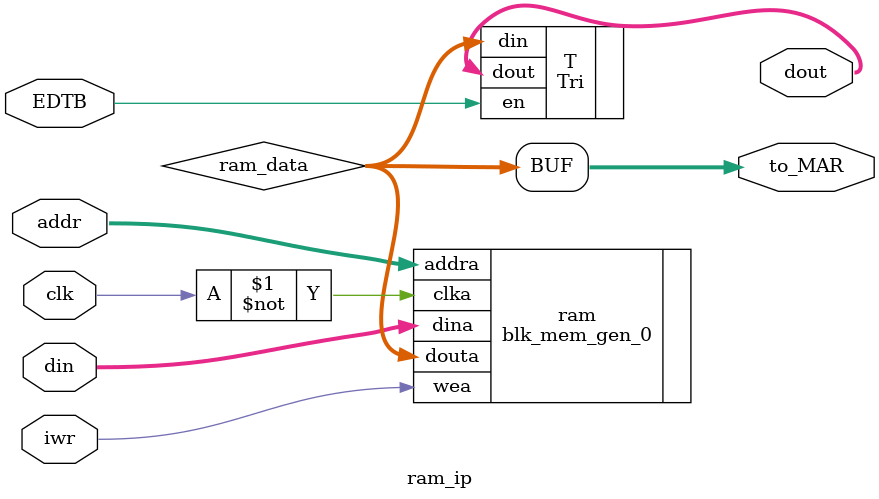
<source format=v>
`timescale 1ns / 1ps

module ram_ip(
input wire clk,iwr,EDTB,
input wire [5:0] addr,
input wire [7:0] din,
output wire [7:0] dout,
output wire [7:0] to_MAR
    );

wire [7:0] ram_data;
assign to_MAR=ram_data;
    
blk_mem_gen_0 ram (
  .clka(~clk),    // input wire clka
  .wea(iwr),      // input wire [0 : 0] wea
  .addra(addr),  // input wire [5 : 0] addra
  .dina(din),   // input wire [7 : 0] dina
  .douta(ram_data)  // output wire [7 : 0] douta
);

Tri T(
 .din(ram_data),
 .en(EDTB),
  .dout(dout)
);

endmodule

</source>
